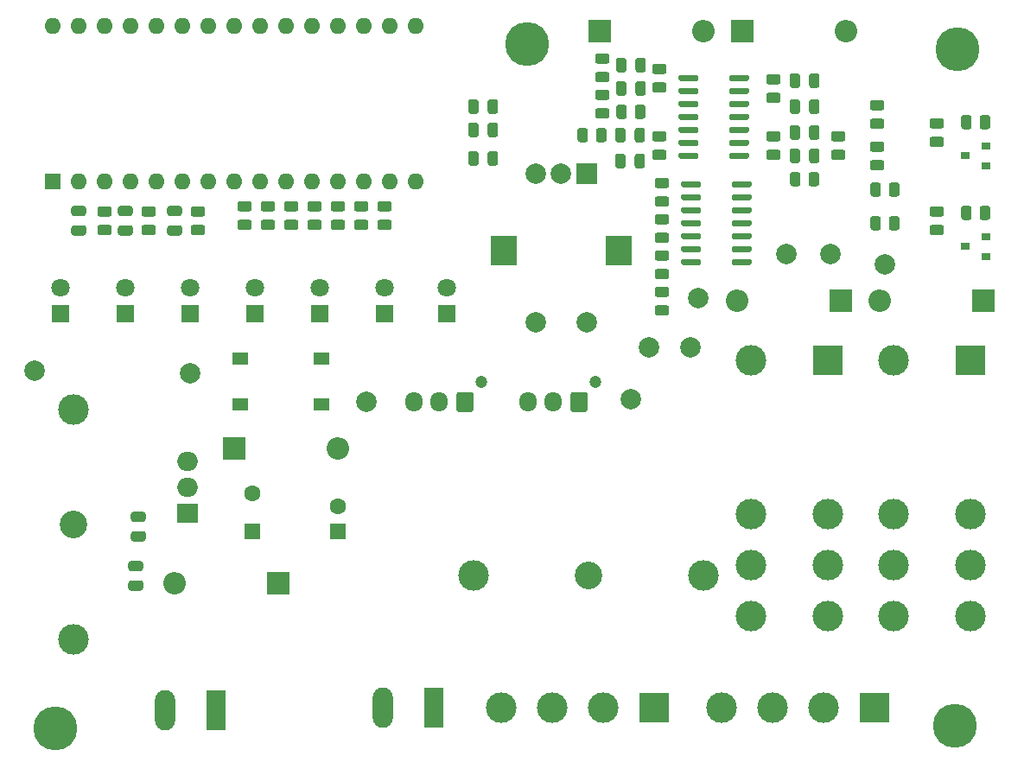
<source format=gbr>
%TF.GenerationSoftware,KiCad,Pcbnew,(5.1.9)-1*%
%TF.CreationDate,2021-09-01T12:14:14+02:00*%
%TF.ProjectId,scheda recinzione,73636865-6461-4207-9265-63696e7a696f,rev?*%
%TF.SameCoordinates,Original*%
%TF.FileFunction,Soldermask,Top*%
%TF.FilePolarity,Negative*%
%FSLAX46Y46*%
G04 Gerber Fmt 4.6, Leading zero omitted, Abs format (unit mm)*
G04 Created by KiCad (PCBNEW (5.1.9)-1) date 2021-09-01 12:14:14*
%MOMM*%
%LPD*%
G01*
G04 APERTURE LIST*
%ADD10C,2.000000*%
%ADD11C,1.200000*%
%ADD12O,1.700000X1.950000*%
%ADD13R,1.550000X1.300000*%
%ADD14R,2.000000X2.000000*%
%ADD15R,2.500000X3.000000*%
%ADD16O,2.200000X2.200000*%
%ADD17R,2.200000X2.200000*%
%ADD18C,2.700000*%
%ADD19C,3.000000*%
%ADD20R,0.900000X0.800000*%
%ADD21C,4.300000*%
%ADD22R,3.000000X3.000000*%
%ADD23C,1.800000*%
%ADD24R,1.800000X1.800000*%
%ADD25O,2.000000X1.905000*%
%ADD26R,2.000000X1.905000*%
%ADD27O,1.600000X1.600000*%
%ADD28R,1.600000X1.600000*%
%ADD29C,1.600000*%
%ADD30O,1.980000X3.960000*%
%ADD31R,1.980000X3.960000*%
G04 APERTURE END LIST*
D10*
%TO.C,TP10*%
X260604000Y-107696000D03*
%TD*%
%TO.C,TP9*%
X256286000Y-107696000D03*
%TD*%
%TO.C,TP8*%
X182626000Y-119126000D03*
%TD*%
%TO.C,TP7*%
X242824000Y-116840000D03*
%TD*%
%TO.C,TP6*%
X246888000Y-116840000D03*
%TD*%
%TO.C,TP5*%
X197866000Y-119380000D03*
%TD*%
%TO.C,TP3*%
X265938000Y-108712000D03*
%TD*%
%TO.C,TP2*%
X215138000Y-122174000D03*
%TD*%
%TO.C,TP1*%
X241046000Y-121920000D03*
%TD*%
%TO.C,TP4*%
X247650000Y-112014000D03*
%TD*%
D11*
%TO.C,J1*%
X237566000Y-120174000D03*
D12*
X230966000Y-122174000D03*
X233466000Y-122174000D03*
G36*
G01*
X236816000Y-121449000D02*
X236816000Y-122899000D01*
G75*
G02*
X236566000Y-123149000I-250000J0D01*
G01*
X235366000Y-123149000D01*
G75*
G02*
X235116000Y-122899000I0J250000D01*
G01*
X235116000Y-121449000D01*
G75*
G02*
X235366000Y-121199000I250000J0D01*
G01*
X236566000Y-121199000D01*
G75*
G02*
X236816000Y-121449000I0J-250000D01*
G01*
G37*
%TD*%
D13*
%TO.C,SW2*%
X202781000Y-117892000D03*
X202781000Y-122392000D03*
X210731000Y-122392000D03*
X210731000Y-117892000D03*
%TD*%
D14*
%TO.C,J9*%
X236728000Y-99822000D03*
D10*
X234228000Y-99822000D03*
X231728000Y-99822000D03*
D15*
X239828000Y-107322000D03*
X228628000Y-107322000D03*
D10*
X236728000Y-114322000D03*
X231728000Y-114322000D03*
%TD*%
D16*
%TO.C,D13*%
X262128000Y-85852000D03*
D17*
X251968000Y-85852000D03*
%TD*%
D16*
%TO.C,D12*%
X248158000Y-85852000D03*
D17*
X237998000Y-85852000D03*
%TD*%
D18*
%TO.C,F1*%
X236908000Y-139192000D03*
D19*
X225658000Y-139192000D03*
X248158000Y-139192000D03*
%TD*%
D20*
%TO.C,Q2*%
X273828000Y-98044000D03*
X275828000Y-97094000D03*
X275828000Y-98994000D03*
%TD*%
%TO.C,Q1*%
X273828000Y-106934000D03*
X275828000Y-105984000D03*
X275828000Y-107884000D03*
%TD*%
D21*
%TO.C,H4*%
X272796000Y-153924000D03*
%TD*%
%TO.C,H3*%
X184658000Y-154178000D03*
%TD*%
%TO.C,H2*%
X273050000Y-87630000D03*
%TD*%
%TO.C,H1*%
X230886000Y-87122000D03*
%TD*%
D18*
%TO.C,F2*%
X186436000Y-134186000D03*
D19*
X186436000Y-145436000D03*
X186436000Y-122936000D03*
%TD*%
D22*
%TO.C,K2*%
X260350000Y-118110000D03*
D19*
X252850000Y-118110000D03*
X260350000Y-138110000D03*
X252850000Y-143110000D03*
X252850000Y-133110000D03*
X260350000Y-133110000D03*
X252850000Y-138110000D03*
X260350000Y-143110000D03*
%TD*%
D22*
%TO.C,J4*%
X243332000Y-152146000D03*
D19*
X238332000Y-152146000D03*
X233332000Y-152146000D03*
X228332000Y-152146000D03*
%TD*%
%TO.C,U3*%
G36*
G01*
X250928000Y-100988000D02*
X250928000Y-100688000D01*
G75*
G02*
X251078000Y-100538000I150000J0D01*
G01*
X252728000Y-100538000D01*
G75*
G02*
X252878000Y-100688000I0J-150000D01*
G01*
X252878000Y-100988000D01*
G75*
G02*
X252728000Y-101138000I-150000J0D01*
G01*
X251078000Y-101138000D01*
G75*
G02*
X250928000Y-100988000I0J150000D01*
G01*
G37*
G36*
G01*
X250928000Y-102258000D02*
X250928000Y-101958000D01*
G75*
G02*
X251078000Y-101808000I150000J0D01*
G01*
X252728000Y-101808000D01*
G75*
G02*
X252878000Y-101958000I0J-150000D01*
G01*
X252878000Y-102258000D01*
G75*
G02*
X252728000Y-102408000I-150000J0D01*
G01*
X251078000Y-102408000D01*
G75*
G02*
X250928000Y-102258000I0J150000D01*
G01*
G37*
G36*
G01*
X250928000Y-103528000D02*
X250928000Y-103228000D01*
G75*
G02*
X251078000Y-103078000I150000J0D01*
G01*
X252728000Y-103078000D01*
G75*
G02*
X252878000Y-103228000I0J-150000D01*
G01*
X252878000Y-103528000D01*
G75*
G02*
X252728000Y-103678000I-150000J0D01*
G01*
X251078000Y-103678000D01*
G75*
G02*
X250928000Y-103528000I0J150000D01*
G01*
G37*
G36*
G01*
X250928000Y-104798000D02*
X250928000Y-104498000D01*
G75*
G02*
X251078000Y-104348000I150000J0D01*
G01*
X252728000Y-104348000D01*
G75*
G02*
X252878000Y-104498000I0J-150000D01*
G01*
X252878000Y-104798000D01*
G75*
G02*
X252728000Y-104948000I-150000J0D01*
G01*
X251078000Y-104948000D01*
G75*
G02*
X250928000Y-104798000I0J150000D01*
G01*
G37*
G36*
G01*
X250928000Y-106068000D02*
X250928000Y-105768000D01*
G75*
G02*
X251078000Y-105618000I150000J0D01*
G01*
X252728000Y-105618000D01*
G75*
G02*
X252878000Y-105768000I0J-150000D01*
G01*
X252878000Y-106068000D01*
G75*
G02*
X252728000Y-106218000I-150000J0D01*
G01*
X251078000Y-106218000D01*
G75*
G02*
X250928000Y-106068000I0J150000D01*
G01*
G37*
G36*
G01*
X250928000Y-107338000D02*
X250928000Y-107038000D01*
G75*
G02*
X251078000Y-106888000I150000J0D01*
G01*
X252728000Y-106888000D01*
G75*
G02*
X252878000Y-107038000I0J-150000D01*
G01*
X252878000Y-107338000D01*
G75*
G02*
X252728000Y-107488000I-150000J0D01*
G01*
X251078000Y-107488000D01*
G75*
G02*
X250928000Y-107338000I0J150000D01*
G01*
G37*
G36*
G01*
X250928000Y-108608000D02*
X250928000Y-108308000D01*
G75*
G02*
X251078000Y-108158000I150000J0D01*
G01*
X252728000Y-108158000D01*
G75*
G02*
X252878000Y-108308000I0J-150000D01*
G01*
X252878000Y-108608000D01*
G75*
G02*
X252728000Y-108758000I-150000J0D01*
G01*
X251078000Y-108758000D01*
G75*
G02*
X250928000Y-108608000I0J150000D01*
G01*
G37*
G36*
G01*
X245978000Y-108608000D02*
X245978000Y-108308000D01*
G75*
G02*
X246128000Y-108158000I150000J0D01*
G01*
X247778000Y-108158000D01*
G75*
G02*
X247928000Y-108308000I0J-150000D01*
G01*
X247928000Y-108608000D01*
G75*
G02*
X247778000Y-108758000I-150000J0D01*
G01*
X246128000Y-108758000D01*
G75*
G02*
X245978000Y-108608000I0J150000D01*
G01*
G37*
G36*
G01*
X245978000Y-107338000D02*
X245978000Y-107038000D01*
G75*
G02*
X246128000Y-106888000I150000J0D01*
G01*
X247778000Y-106888000D01*
G75*
G02*
X247928000Y-107038000I0J-150000D01*
G01*
X247928000Y-107338000D01*
G75*
G02*
X247778000Y-107488000I-150000J0D01*
G01*
X246128000Y-107488000D01*
G75*
G02*
X245978000Y-107338000I0J150000D01*
G01*
G37*
G36*
G01*
X245978000Y-106068000D02*
X245978000Y-105768000D01*
G75*
G02*
X246128000Y-105618000I150000J0D01*
G01*
X247778000Y-105618000D01*
G75*
G02*
X247928000Y-105768000I0J-150000D01*
G01*
X247928000Y-106068000D01*
G75*
G02*
X247778000Y-106218000I-150000J0D01*
G01*
X246128000Y-106218000D01*
G75*
G02*
X245978000Y-106068000I0J150000D01*
G01*
G37*
G36*
G01*
X245978000Y-104798000D02*
X245978000Y-104498000D01*
G75*
G02*
X246128000Y-104348000I150000J0D01*
G01*
X247778000Y-104348000D01*
G75*
G02*
X247928000Y-104498000I0J-150000D01*
G01*
X247928000Y-104798000D01*
G75*
G02*
X247778000Y-104948000I-150000J0D01*
G01*
X246128000Y-104948000D01*
G75*
G02*
X245978000Y-104798000I0J150000D01*
G01*
G37*
G36*
G01*
X245978000Y-103528000D02*
X245978000Y-103228000D01*
G75*
G02*
X246128000Y-103078000I150000J0D01*
G01*
X247778000Y-103078000D01*
G75*
G02*
X247928000Y-103228000I0J-150000D01*
G01*
X247928000Y-103528000D01*
G75*
G02*
X247778000Y-103678000I-150000J0D01*
G01*
X246128000Y-103678000D01*
G75*
G02*
X245978000Y-103528000I0J150000D01*
G01*
G37*
G36*
G01*
X245978000Y-102258000D02*
X245978000Y-101958000D01*
G75*
G02*
X246128000Y-101808000I150000J0D01*
G01*
X247778000Y-101808000D01*
G75*
G02*
X247928000Y-101958000I0J-150000D01*
G01*
X247928000Y-102258000D01*
G75*
G02*
X247778000Y-102408000I-150000J0D01*
G01*
X246128000Y-102408000D01*
G75*
G02*
X245978000Y-102258000I0J150000D01*
G01*
G37*
G36*
G01*
X245978000Y-100988000D02*
X245978000Y-100688000D01*
G75*
G02*
X246128000Y-100538000I150000J0D01*
G01*
X247778000Y-100538000D01*
G75*
G02*
X247928000Y-100688000I0J-150000D01*
G01*
X247928000Y-100988000D01*
G75*
G02*
X247778000Y-101138000I-150000J0D01*
G01*
X246128000Y-101138000D01*
G75*
G02*
X245978000Y-100988000I0J150000D01*
G01*
G37*
%TD*%
%TO.C,U2*%
G36*
G01*
X250674000Y-90574000D02*
X250674000Y-90274000D01*
G75*
G02*
X250824000Y-90124000I150000J0D01*
G01*
X252474000Y-90124000D01*
G75*
G02*
X252624000Y-90274000I0J-150000D01*
G01*
X252624000Y-90574000D01*
G75*
G02*
X252474000Y-90724000I-150000J0D01*
G01*
X250824000Y-90724000D01*
G75*
G02*
X250674000Y-90574000I0J150000D01*
G01*
G37*
G36*
G01*
X250674000Y-91844000D02*
X250674000Y-91544000D01*
G75*
G02*
X250824000Y-91394000I150000J0D01*
G01*
X252474000Y-91394000D01*
G75*
G02*
X252624000Y-91544000I0J-150000D01*
G01*
X252624000Y-91844000D01*
G75*
G02*
X252474000Y-91994000I-150000J0D01*
G01*
X250824000Y-91994000D01*
G75*
G02*
X250674000Y-91844000I0J150000D01*
G01*
G37*
G36*
G01*
X250674000Y-93114000D02*
X250674000Y-92814000D01*
G75*
G02*
X250824000Y-92664000I150000J0D01*
G01*
X252474000Y-92664000D01*
G75*
G02*
X252624000Y-92814000I0J-150000D01*
G01*
X252624000Y-93114000D01*
G75*
G02*
X252474000Y-93264000I-150000J0D01*
G01*
X250824000Y-93264000D01*
G75*
G02*
X250674000Y-93114000I0J150000D01*
G01*
G37*
G36*
G01*
X250674000Y-94384000D02*
X250674000Y-94084000D01*
G75*
G02*
X250824000Y-93934000I150000J0D01*
G01*
X252474000Y-93934000D01*
G75*
G02*
X252624000Y-94084000I0J-150000D01*
G01*
X252624000Y-94384000D01*
G75*
G02*
X252474000Y-94534000I-150000J0D01*
G01*
X250824000Y-94534000D01*
G75*
G02*
X250674000Y-94384000I0J150000D01*
G01*
G37*
G36*
G01*
X250674000Y-95654000D02*
X250674000Y-95354000D01*
G75*
G02*
X250824000Y-95204000I150000J0D01*
G01*
X252474000Y-95204000D01*
G75*
G02*
X252624000Y-95354000I0J-150000D01*
G01*
X252624000Y-95654000D01*
G75*
G02*
X252474000Y-95804000I-150000J0D01*
G01*
X250824000Y-95804000D01*
G75*
G02*
X250674000Y-95654000I0J150000D01*
G01*
G37*
G36*
G01*
X250674000Y-96924000D02*
X250674000Y-96624000D01*
G75*
G02*
X250824000Y-96474000I150000J0D01*
G01*
X252474000Y-96474000D01*
G75*
G02*
X252624000Y-96624000I0J-150000D01*
G01*
X252624000Y-96924000D01*
G75*
G02*
X252474000Y-97074000I-150000J0D01*
G01*
X250824000Y-97074000D01*
G75*
G02*
X250674000Y-96924000I0J150000D01*
G01*
G37*
G36*
G01*
X250674000Y-98194000D02*
X250674000Y-97894000D01*
G75*
G02*
X250824000Y-97744000I150000J0D01*
G01*
X252474000Y-97744000D01*
G75*
G02*
X252624000Y-97894000I0J-150000D01*
G01*
X252624000Y-98194000D01*
G75*
G02*
X252474000Y-98344000I-150000J0D01*
G01*
X250824000Y-98344000D01*
G75*
G02*
X250674000Y-98194000I0J150000D01*
G01*
G37*
G36*
G01*
X245724000Y-98194000D02*
X245724000Y-97894000D01*
G75*
G02*
X245874000Y-97744000I150000J0D01*
G01*
X247524000Y-97744000D01*
G75*
G02*
X247674000Y-97894000I0J-150000D01*
G01*
X247674000Y-98194000D01*
G75*
G02*
X247524000Y-98344000I-150000J0D01*
G01*
X245874000Y-98344000D01*
G75*
G02*
X245724000Y-98194000I0J150000D01*
G01*
G37*
G36*
G01*
X245724000Y-96924000D02*
X245724000Y-96624000D01*
G75*
G02*
X245874000Y-96474000I150000J0D01*
G01*
X247524000Y-96474000D01*
G75*
G02*
X247674000Y-96624000I0J-150000D01*
G01*
X247674000Y-96924000D01*
G75*
G02*
X247524000Y-97074000I-150000J0D01*
G01*
X245874000Y-97074000D01*
G75*
G02*
X245724000Y-96924000I0J150000D01*
G01*
G37*
G36*
G01*
X245724000Y-95654000D02*
X245724000Y-95354000D01*
G75*
G02*
X245874000Y-95204000I150000J0D01*
G01*
X247524000Y-95204000D01*
G75*
G02*
X247674000Y-95354000I0J-150000D01*
G01*
X247674000Y-95654000D01*
G75*
G02*
X247524000Y-95804000I-150000J0D01*
G01*
X245874000Y-95804000D01*
G75*
G02*
X245724000Y-95654000I0J150000D01*
G01*
G37*
G36*
G01*
X245724000Y-94384000D02*
X245724000Y-94084000D01*
G75*
G02*
X245874000Y-93934000I150000J0D01*
G01*
X247524000Y-93934000D01*
G75*
G02*
X247674000Y-94084000I0J-150000D01*
G01*
X247674000Y-94384000D01*
G75*
G02*
X247524000Y-94534000I-150000J0D01*
G01*
X245874000Y-94534000D01*
G75*
G02*
X245724000Y-94384000I0J150000D01*
G01*
G37*
G36*
G01*
X245724000Y-93114000D02*
X245724000Y-92814000D01*
G75*
G02*
X245874000Y-92664000I150000J0D01*
G01*
X247524000Y-92664000D01*
G75*
G02*
X247674000Y-92814000I0J-150000D01*
G01*
X247674000Y-93114000D01*
G75*
G02*
X247524000Y-93264000I-150000J0D01*
G01*
X245874000Y-93264000D01*
G75*
G02*
X245724000Y-93114000I0J150000D01*
G01*
G37*
G36*
G01*
X245724000Y-91844000D02*
X245724000Y-91544000D01*
G75*
G02*
X245874000Y-91394000I150000J0D01*
G01*
X247524000Y-91394000D01*
G75*
G02*
X247674000Y-91544000I0J-150000D01*
G01*
X247674000Y-91844000D01*
G75*
G02*
X247524000Y-91994000I-150000J0D01*
G01*
X245874000Y-91994000D01*
G75*
G02*
X245724000Y-91844000I0J150000D01*
G01*
G37*
G36*
G01*
X245724000Y-90574000D02*
X245724000Y-90274000D01*
G75*
G02*
X245874000Y-90124000I150000J0D01*
G01*
X247524000Y-90124000D01*
G75*
G02*
X247674000Y-90274000I0J-150000D01*
G01*
X247674000Y-90574000D01*
G75*
G02*
X247524000Y-90724000I-150000J0D01*
G01*
X245874000Y-90724000D01*
G75*
G02*
X245724000Y-90574000I0J150000D01*
G01*
G37*
%TD*%
D23*
%TO.C,D9*%
X223026000Y-110998000D03*
D24*
X223026000Y-113538000D03*
%TD*%
D25*
%TO.C,U1*%
X197612000Y-128016000D03*
X197612000Y-130556000D03*
D26*
X197612000Y-133096000D03*
%TD*%
D27*
%TO.C,A1*%
X219964000Y-85344000D03*
X219964000Y-100584000D03*
X184404000Y-85344000D03*
X217424000Y-100584000D03*
X186944000Y-85344000D03*
X214884000Y-100584000D03*
X189484000Y-85344000D03*
X212344000Y-100584000D03*
X192024000Y-85344000D03*
X209804000Y-100584000D03*
X194564000Y-85344000D03*
X207264000Y-100584000D03*
X197104000Y-85344000D03*
X204724000Y-100584000D03*
X199644000Y-85344000D03*
X202184000Y-100584000D03*
X202184000Y-85344000D03*
X199644000Y-100584000D03*
X204724000Y-85344000D03*
X197104000Y-100584000D03*
X207264000Y-85344000D03*
X194564000Y-100584000D03*
X209804000Y-85344000D03*
X192024000Y-100584000D03*
X212344000Y-85344000D03*
X189484000Y-100584000D03*
X214884000Y-85344000D03*
X186944000Y-100584000D03*
X217424000Y-85344000D03*
D28*
X184404000Y-100584000D03*
%TD*%
D23*
%TO.C,D3*%
X185166000Y-110998000D03*
D24*
X185166000Y-113538000D03*
%TD*%
D23*
%TO.C,D8*%
X216916000Y-110998000D03*
D24*
X216916000Y-113538000D03*
%TD*%
%TO.C,R33*%
G36*
G01*
X244544001Y-111868000D02*
X243643999Y-111868000D01*
G75*
G02*
X243394000Y-111618001I0J249999D01*
G01*
X243394000Y-111092999D01*
G75*
G02*
X243643999Y-110843000I249999J0D01*
G01*
X244544001Y-110843000D01*
G75*
G02*
X244794000Y-111092999I0J-249999D01*
G01*
X244794000Y-111618001D01*
G75*
G02*
X244544001Y-111868000I-249999J0D01*
G01*
G37*
G36*
G01*
X244544001Y-113693000D02*
X243643999Y-113693000D01*
G75*
G02*
X243394000Y-113443001I0J249999D01*
G01*
X243394000Y-112917999D01*
G75*
G02*
X243643999Y-112668000I249999J0D01*
G01*
X244544001Y-112668000D01*
G75*
G02*
X244794000Y-112917999I0J-249999D01*
G01*
X244794000Y-113443001D01*
G75*
G02*
X244544001Y-113693000I-249999J0D01*
G01*
G37*
%TD*%
%TO.C,R32*%
G36*
G01*
X243643999Y-105556000D02*
X244544001Y-105556000D01*
G75*
G02*
X244794000Y-105805999I0J-249999D01*
G01*
X244794000Y-106331001D01*
G75*
G02*
X244544001Y-106581000I-249999J0D01*
G01*
X243643999Y-106581000D01*
G75*
G02*
X243394000Y-106331001I0J249999D01*
G01*
X243394000Y-105805999D01*
G75*
G02*
X243643999Y-105556000I249999J0D01*
G01*
G37*
G36*
G01*
X243643999Y-103731000D02*
X244544001Y-103731000D01*
G75*
G02*
X244794000Y-103980999I0J-249999D01*
G01*
X244794000Y-104506001D01*
G75*
G02*
X244544001Y-104756000I-249999J0D01*
G01*
X243643999Y-104756000D01*
G75*
G02*
X243394000Y-104506001I0J249999D01*
G01*
X243394000Y-103980999D01*
G75*
G02*
X243643999Y-103731000I249999J0D01*
G01*
G37*
%TD*%
%TO.C,R31*%
G36*
G01*
X244544001Y-108312000D02*
X243643999Y-108312000D01*
G75*
G02*
X243394000Y-108062001I0J249999D01*
G01*
X243394000Y-107536999D01*
G75*
G02*
X243643999Y-107287000I249999J0D01*
G01*
X244544001Y-107287000D01*
G75*
G02*
X244794000Y-107536999I0J-249999D01*
G01*
X244794000Y-108062001D01*
G75*
G02*
X244544001Y-108312000I-249999J0D01*
G01*
G37*
G36*
G01*
X244544001Y-110137000D02*
X243643999Y-110137000D01*
G75*
G02*
X243394000Y-109887001I0J249999D01*
G01*
X243394000Y-109361999D01*
G75*
G02*
X243643999Y-109112000I249999J0D01*
G01*
X244544001Y-109112000D01*
G75*
G02*
X244794000Y-109361999I0J-249999D01*
G01*
X244794000Y-109887001D01*
G75*
G02*
X244544001Y-110137000I-249999J0D01*
G01*
G37*
%TD*%
%TO.C,R30*%
G36*
G01*
X244544001Y-101200000D02*
X243643999Y-101200000D01*
G75*
G02*
X243394000Y-100950001I0J249999D01*
G01*
X243394000Y-100424999D01*
G75*
G02*
X243643999Y-100175000I249999J0D01*
G01*
X244544001Y-100175000D01*
G75*
G02*
X244794000Y-100424999I0J-249999D01*
G01*
X244794000Y-100950001D01*
G75*
G02*
X244544001Y-101200000I-249999J0D01*
G01*
G37*
G36*
G01*
X244544001Y-103025000D02*
X243643999Y-103025000D01*
G75*
G02*
X243394000Y-102775001I0J249999D01*
G01*
X243394000Y-102249999D01*
G75*
G02*
X243643999Y-102000000I249999J0D01*
G01*
X244544001Y-102000000D01*
G75*
G02*
X244794000Y-102249999I0J-249999D01*
G01*
X244794000Y-102775001D01*
G75*
G02*
X244544001Y-103025000I-249999J0D01*
G01*
G37*
%TD*%
%TO.C,R29*%
G36*
G01*
X264725999Y-98444000D02*
X265626001Y-98444000D01*
G75*
G02*
X265876000Y-98693999I0J-249999D01*
G01*
X265876000Y-99219001D01*
G75*
G02*
X265626001Y-99469000I-249999J0D01*
G01*
X264725999Y-99469000D01*
G75*
G02*
X264476000Y-99219001I0J249999D01*
G01*
X264476000Y-98693999D01*
G75*
G02*
X264725999Y-98444000I249999J0D01*
G01*
G37*
G36*
G01*
X264725999Y-96619000D02*
X265626001Y-96619000D01*
G75*
G02*
X265876000Y-96868999I0J-249999D01*
G01*
X265876000Y-97394001D01*
G75*
G02*
X265626001Y-97644000I-249999J0D01*
G01*
X264725999Y-97644000D01*
G75*
G02*
X264476000Y-97394001I0J249999D01*
G01*
X264476000Y-96868999D01*
G75*
G02*
X264725999Y-96619000I249999J0D01*
G01*
G37*
%TD*%
%TO.C,R28*%
G36*
G01*
X264725999Y-94380000D02*
X265626001Y-94380000D01*
G75*
G02*
X265876000Y-94629999I0J-249999D01*
G01*
X265876000Y-95155001D01*
G75*
G02*
X265626001Y-95405000I-249999J0D01*
G01*
X264725999Y-95405000D01*
G75*
G02*
X264476000Y-95155001I0J249999D01*
G01*
X264476000Y-94629999D01*
G75*
G02*
X264725999Y-94380000I249999J0D01*
G01*
G37*
G36*
G01*
X264725999Y-92555000D02*
X265626001Y-92555000D01*
G75*
G02*
X265876000Y-92804999I0J-249999D01*
G01*
X265876000Y-93330001D01*
G75*
G02*
X265626001Y-93580000I-249999J0D01*
G01*
X264725999Y-93580000D01*
G75*
G02*
X264476000Y-93330001I0J249999D01*
G01*
X264476000Y-92804999D01*
G75*
G02*
X264725999Y-92555000I249999J0D01*
G01*
G37*
%TD*%
%TO.C,R27*%
G36*
G01*
X270567999Y-104794000D02*
X271468001Y-104794000D01*
G75*
G02*
X271718000Y-105043999I0J-249999D01*
G01*
X271718000Y-105569001D01*
G75*
G02*
X271468001Y-105819000I-249999J0D01*
G01*
X270567999Y-105819000D01*
G75*
G02*
X270318000Y-105569001I0J249999D01*
G01*
X270318000Y-105043999D01*
G75*
G02*
X270567999Y-104794000I249999J0D01*
G01*
G37*
G36*
G01*
X270567999Y-102969000D02*
X271468001Y-102969000D01*
G75*
G02*
X271718000Y-103218999I0J-249999D01*
G01*
X271718000Y-103744001D01*
G75*
G02*
X271468001Y-103994000I-249999J0D01*
G01*
X270567999Y-103994000D01*
G75*
G02*
X270318000Y-103744001I0J249999D01*
G01*
X270318000Y-103218999D01*
G75*
G02*
X270567999Y-102969000I249999J0D01*
G01*
G37*
%TD*%
%TO.C,R26*%
G36*
G01*
X270567999Y-96158000D02*
X271468001Y-96158000D01*
G75*
G02*
X271718000Y-96407999I0J-249999D01*
G01*
X271718000Y-96933001D01*
G75*
G02*
X271468001Y-97183000I-249999J0D01*
G01*
X270567999Y-97183000D01*
G75*
G02*
X270318000Y-96933001I0J249999D01*
G01*
X270318000Y-96407999D01*
G75*
G02*
X270567999Y-96158000I249999J0D01*
G01*
G37*
G36*
G01*
X270567999Y-94333000D02*
X271468001Y-94333000D01*
G75*
G02*
X271718000Y-94582999I0J-249999D01*
G01*
X271718000Y-95108001D01*
G75*
G02*
X271468001Y-95358000I-249999J0D01*
G01*
X270567999Y-95358000D01*
G75*
G02*
X270318000Y-95108001I0J249999D01*
G01*
X270318000Y-94582999D01*
G75*
G02*
X270567999Y-94333000I249999J0D01*
G01*
G37*
%TD*%
%TO.C,R24*%
G36*
G01*
X189033999Y-104794000D02*
X189934001Y-104794000D01*
G75*
G02*
X190184000Y-105043999I0J-249999D01*
G01*
X190184000Y-105569001D01*
G75*
G02*
X189934001Y-105819000I-249999J0D01*
G01*
X189033999Y-105819000D01*
G75*
G02*
X188784000Y-105569001I0J249999D01*
G01*
X188784000Y-105043999D01*
G75*
G02*
X189033999Y-104794000I249999J0D01*
G01*
G37*
G36*
G01*
X189033999Y-102969000D02*
X189934001Y-102969000D01*
G75*
G02*
X190184000Y-103218999I0J-249999D01*
G01*
X190184000Y-103744001D01*
G75*
G02*
X189934001Y-103994000I-249999J0D01*
G01*
X189033999Y-103994000D01*
G75*
G02*
X188784000Y-103744001I0J249999D01*
G01*
X188784000Y-103218999D01*
G75*
G02*
X189033999Y-102969000I249999J0D01*
G01*
G37*
%TD*%
%TO.C,R23*%
G36*
G01*
X216465999Y-104286000D02*
X217366001Y-104286000D01*
G75*
G02*
X217616000Y-104535999I0J-249999D01*
G01*
X217616000Y-105061001D01*
G75*
G02*
X217366001Y-105311000I-249999J0D01*
G01*
X216465999Y-105311000D01*
G75*
G02*
X216216000Y-105061001I0J249999D01*
G01*
X216216000Y-104535999D01*
G75*
G02*
X216465999Y-104286000I249999J0D01*
G01*
G37*
G36*
G01*
X216465999Y-102461000D02*
X217366001Y-102461000D01*
G75*
G02*
X217616000Y-102710999I0J-249999D01*
G01*
X217616000Y-103236001D01*
G75*
G02*
X217366001Y-103486000I-249999J0D01*
G01*
X216465999Y-103486000D01*
G75*
G02*
X216216000Y-103236001I0J249999D01*
G01*
X216216000Y-102710999D01*
G75*
G02*
X216465999Y-102461000I249999J0D01*
G01*
G37*
%TD*%
%TO.C,R22*%
G36*
G01*
X193351999Y-104794000D02*
X194252001Y-104794000D01*
G75*
G02*
X194502000Y-105043999I0J-249999D01*
G01*
X194502000Y-105569001D01*
G75*
G02*
X194252001Y-105819000I-249999J0D01*
G01*
X193351999Y-105819000D01*
G75*
G02*
X193102000Y-105569001I0J249999D01*
G01*
X193102000Y-105043999D01*
G75*
G02*
X193351999Y-104794000I249999J0D01*
G01*
G37*
G36*
G01*
X193351999Y-102969000D02*
X194252001Y-102969000D01*
G75*
G02*
X194502000Y-103218999I0J-249999D01*
G01*
X194502000Y-103744001D01*
G75*
G02*
X194252001Y-103994000I-249999J0D01*
G01*
X193351999Y-103994000D01*
G75*
G02*
X193102000Y-103744001I0J249999D01*
G01*
X193102000Y-103218999D01*
G75*
G02*
X193351999Y-102969000I249999J0D01*
G01*
G37*
%TD*%
%TO.C,R21*%
G36*
G01*
X214179999Y-104286000D02*
X215080001Y-104286000D01*
G75*
G02*
X215330000Y-104535999I0J-249999D01*
G01*
X215330000Y-105061001D01*
G75*
G02*
X215080001Y-105311000I-249999J0D01*
G01*
X214179999Y-105311000D01*
G75*
G02*
X213930000Y-105061001I0J249999D01*
G01*
X213930000Y-104535999D01*
G75*
G02*
X214179999Y-104286000I249999J0D01*
G01*
G37*
G36*
G01*
X214179999Y-102461000D02*
X215080001Y-102461000D01*
G75*
G02*
X215330000Y-102710999I0J-249999D01*
G01*
X215330000Y-103236001D01*
G75*
G02*
X215080001Y-103486000I-249999J0D01*
G01*
X214179999Y-103486000D01*
G75*
G02*
X213930000Y-103236001I0J249999D01*
G01*
X213930000Y-102710999D01*
G75*
G02*
X214179999Y-102461000I249999J0D01*
G01*
G37*
%TD*%
%TO.C,R20*%
G36*
G01*
X198177999Y-104794000D02*
X199078001Y-104794000D01*
G75*
G02*
X199328000Y-105043999I0J-249999D01*
G01*
X199328000Y-105569001D01*
G75*
G02*
X199078001Y-105819000I-249999J0D01*
G01*
X198177999Y-105819000D01*
G75*
G02*
X197928000Y-105569001I0J249999D01*
G01*
X197928000Y-105043999D01*
G75*
G02*
X198177999Y-104794000I249999J0D01*
G01*
G37*
G36*
G01*
X198177999Y-102969000D02*
X199078001Y-102969000D01*
G75*
G02*
X199328000Y-103218999I0J-249999D01*
G01*
X199328000Y-103744001D01*
G75*
G02*
X199078001Y-103994000I-249999J0D01*
G01*
X198177999Y-103994000D01*
G75*
G02*
X197928000Y-103744001I0J249999D01*
G01*
X197928000Y-103218999D01*
G75*
G02*
X198177999Y-102969000I249999J0D01*
G01*
G37*
%TD*%
%TO.C,R19*%
G36*
G01*
X211893999Y-104286000D02*
X212794001Y-104286000D01*
G75*
G02*
X213044000Y-104535999I0J-249999D01*
G01*
X213044000Y-105061001D01*
G75*
G02*
X212794001Y-105311000I-249999J0D01*
G01*
X211893999Y-105311000D01*
G75*
G02*
X211644000Y-105061001I0J249999D01*
G01*
X211644000Y-104535999D01*
G75*
G02*
X211893999Y-104286000I249999J0D01*
G01*
G37*
G36*
G01*
X211893999Y-102461000D02*
X212794001Y-102461000D01*
G75*
G02*
X213044000Y-102710999I0J-249999D01*
G01*
X213044000Y-103236001D01*
G75*
G02*
X212794001Y-103486000I-249999J0D01*
G01*
X211893999Y-103486000D01*
G75*
G02*
X211644000Y-103236001I0J249999D01*
G01*
X211644000Y-102710999D01*
G75*
G02*
X211893999Y-102461000I249999J0D01*
G01*
G37*
%TD*%
%TO.C,R18*%
G36*
G01*
X209607999Y-104286000D02*
X210508001Y-104286000D01*
G75*
G02*
X210758000Y-104535999I0J-249999D01*
G01*
X210758000Y-105061001D01*
G75*
G02*
X210508001Y-105311000I-249999J0D01*
G01*
X209607999Y-105311000D01*
G75*
G02*
X209358000Y-105061001I0J249999D01*
G01*
X209358000Y-104535999D01*
G75*
G02*
X209607999Y-104286000I249999J0D01*
G01*
G37*
G36*
G01*
X209607999Y-102461000D02*
X210508001Y-102461000D01*
G75*
G02*
X210758000Y-102710999I0J-249999D01*
G01*
X210758000Y-103236001D01*
G75*
G02*
X210508001Y-103486000I-249999J0D01*
G01*
X209607999Y-103486000D01*
G75*
G02*
X209358000Y-103236001I0J249999D01*
G01*
X209358000Y-102710999D01*
G75*
G02*
X209607999Y-102461000I249999J0D01*
G01*
G37*
%TD*%
%TO.C,R17*%
G36*
G01*
X207321999Y-104286000D02*
X208222001Y-104286000D01*
G75*
G02*
X208472000Y-104535999I0J-249999D01*
G01*
X208472000Y-105061001D01*
G75*
G02*
X208222001Y-105311000I-249999J0D01*
G01*
X207321999Y-105311000D01*
G75*
G02*
X207072000Y-105061001I0J249999D01*
G01*
X207072000Y-104535999D01*
G75*
G02*
X207321999Y-104286000I249999J0D01*
G01*
G37*
G36*
G01*
X207321999Y-102461000D02*
X208222001Y-102461000D01*
G75*
G02*
X208472000Y-102710999I0J-249999D01*
G01*
X208472000Y-103236001D01*
G75*
G02*
X208222001Y-103486000I-249999J0D01*
G01*
X207321999Y-103486000D01*
G75*
G02*
X207072000Y-103236001I0J249999D01*
G01*
X207072000Y-102710999D01*
G75*
G02*
X207321999Y-102461000I249999J0D01*
G01*
G37*
%TD*%
%TO.C,R16*%
G36*
G01*
X205035999Y-104286000D02*
X205936001Y-104286000D01*
G75*
G02*
X206186000Y-104535999I0J-249999D01*
G01*
X206186000Y-105061001D01*
G75*
G02*
X205936001Y-105311000I-249999J0D01*
G01*
X205035999Y-105311000D01*
G75*
G02*
X204786000Y-105061001I0J249999D01*
G01*
X204786000Y-104535999D01*
G75*
G02*
X205035999Y-104286000I249999J0D01*
G01*
G37*
G36*
G01*
X205035999Y-102461000D02*
X205936001Y-102461000D01*
G75*
G02*
X206186000Y-102710999I0J-249999D01*
G01*
X206186000Y-103236001D01*
G75*
G02*
X205936001Y-103486000I-249999J0D01*
G01*
X205035999Y-103486000D01*
G75*
G02*
X204786000Y-103236001I0J249999D01*
G01*
X204786000Y-102710999D01*
G75*
G02*
X205035999Y-102461000I249999J0D01*
G01*
G37*
%TD*%
%TO.C,R15*%
G36*
G01*
X202749999Y-104286000D02*
X203650001Y-104286000D01*
G75*
G02*
X203900000Y-104535999I0J-249999D01*
G01*
X203900000Y-105061001D01*
G75*
G02*
X203650001Y-105311000I-249999J0D01*
G01*
X202749999Y-105311000D01*
G75*
G02*
X202500000Y-105061001I0J249999D01*
G01*
X202500000Y-104535999D01*
G75*
G02*
X202749999Y-104286000I249999J0D01*
G01*
G37*
G36*
G01*
X202749999Y-102461000D02*
X203650001Y-102461000D01*
G75*
G02*
X203900000Y-102710999I0J-249999D01*
G01*
X203900000Y-103236001D01*
G75*
G02*
X203650001Y-103486000I-249999J0D01*
G01*
X202749999Y-103486000D01*
G75*
G02*
X202500000Y-103236001I0J249999D01*
G01*
X202500000Y-102710999D01*
G75*
G02*
X202749999Y-102461000I249999J0D01*
G01*
G37*
%TD*%
%TO.C,R14*%
G36*
G01*
X254565999Y-91840000D02*
X255466001Y-91840000D01*
G75*
G02*
X255716000Y-92089999I0J-249999D01*
G01*
X255716000Y-92615001D01*
G75*
G02*
X255466001Y-92865000I-249999J0D01*
G01*
X254565999Y-92865000D01*
G75*
G02*
X254316000Y-92615001I0J249999D01*
G01*
X254316000Y-92089999D01*
G75*
G02*
X254565999Y-91840000I249999J0D01*
G01*
G37*
G36*
G01*
X254565999Y-90015000D02*
X255466001Y-90015000D01*
G75*
G02*
X255716000Y-90264999I0J-249999D01*
G01*
X255716000Y-90790001D01*
G75*
G02*
X255466001Y-91040000I-249999J0D01*
G01*
X254565999Y-91040000D01*
G75*
G02*
X254316000Y-90790001I0J249999D01*
G01*
X254316000Y-90264999D01*
G75*
G02*
X254565999Y-90015000I249999J0D01*
G01*
G37*
%TD*%
%TO.C,R13*%
G36*
G01*
X266338000Y-105098001D02*
X266338000Y-104197999D01*
G75*
G02*
X266587999Y-103948000I249999J0D01*
G01*
X267113001Y-103948000D01*
G75*
G02*
X267363000Y-104197999I0J-249999D01*
G01*
X267363000Y-105098001D01*
G75*
G02*
X267113001Y-105348000I-249999J0D01*
G01*
X266587999Y-105348000D01*
G75*
G02*
X266338000Y-105098001I0J249999D01*
G01*
G37*
G36*
G01*
X264513000Y-105098001D02*
X264513000Y-104197999D01*
G75*
G02*
X264762999Y-103948000I249999J0D01*
G01*
X265288001Y-103948000D01*
G75*
G02*
X265538000Y-104197999I0J-249999D01*
G01*
X265538000Y-105098001D01*
G75*
G02*
X265288001Y-105348000I-249999J0D01*
G01*
X264762999Y-105348000D01*
G75*
G02*
X264513000Y-105098001I0J249999D01*
G01*
G37*
%TD*%
%TO.C,R12*%
G36*
G01*
X265538000Y-100895999D02*
X265538000Y-101796001D01*
G75*
G02*
X265288001Y-102046000I-249999J0D01*
G01*
X264762999Y-102046000D01*
G75*
G02*
X264513000Y-101796001I0J249999D01*
G01*
X264513000Y-100895999D01*
G75*
G02*
X264762999Y-100646000I249999J0D01*
G01*
X265288001Y-100646000D01*
G75*
G02*
X265538000Y-100895999I0J-249999D01*
G01*
G37*
G36*
G01*
X267363000Y-100895999D02*
X267363000Y-101796001D01*
G75*
G02*
X267113001Y-102046000I-249999J0D01*
G01*
X266587999Y-102046000D01*
G75*
G02*
X266338000Y-101796001I0J249999D01*
G01*
X266338000Y-100895999D01*
G75*
G02*
X266587999Y-100646000I249999J0D01*
G01*
X267113001Y-100646000D01*
G75*
G02*
X267363000Y-100895999I0J-249999D01*
G01*
G37*
%TD*%
%TO.C,R11*%
G36*
G01*
X255466001Y-96628000D02*
X254565999Y-96628000D01*
G75*
G02*
X254316000Y-96378001I0J249999D01*
G01*
X254316000Y-95852999D01*
G75*
G02*
X254565999Y-95603000I249999J0D01*
G01*
X255466001Y-95603000D01*
G75*
G02*
X255716000Y-95852999I0J-249999D01*
G01*
X255716000Y-96378001D01*
G75*
G02*
X255466001Y-96628000I-249999J0D01*
G01*
G37*
G36*
G01*
X255466001Y-98453000D02*
X254565999Y-98453000D01*
G75*
G02*
X254316000Y-98203001I0J249999D01*
G01*
X254316000Y-97677999D01*
G75*
G02*
X254565999Y-97428000I249999J0D01*
G01*
X255466001Y-97428000D01*
G75*
G02*
X255716000Y-97677999I0J-249999D01*
G01*
X255716000Y-98203001D01*
G75*
G02*
X255466001Y-98453000I-249999J0D01*
G01*
G37*
%TD*%
%TO.C,R10*%
G36*
G01*
X261816001Y-96628000D02*
X260915999Y-96628000D01*
G75*
G02*
X260666000Y-96378001I0J249999D01*
G01*
X260666000Y-95852999D01*
G75*
G02*
X260915999Y-95603000I249999J0D01*
G01*
X261816001Y-95603000D01*
G75*
G02*
X262066000Y-95852999I0J-249999D01*
G01*
X262066000Y-96378001D01*
G75*
G02*
X261816001Y-96628000I-249999J0D01*
G01*
G37*
G36*
G01*
X261816001Y-98453000D02*
X260915999Y-98453000D01*
G75*
G02*
X260666000Y-98203001I0J249999D01*
G01*
X260666000Y-97677999D01*
G75*
G02*
X260915999Y-97428000I249999J0D01*
G01*
X261816001Y-97428000D01*
G75*
G02*
X262066000Y-97677999I0J-249999D01*
G01*
X262066000Y-98203001D01*
G75*
G02*
X261816001Y-98453000I-249999J0D01*
G01*
G37*
%TD*%
%TO.C,R9*%
G36*
G01*
X274428000Y-94291999D02*
X274428000Y-95192001D01*
G75*
G02*
X274178001Y-95442000I-249999J0D01*
G01*
X273652999Y-95442000D01*
G75*
G02*
X273403000Y-95192001I0J249999D01*
G01*
X273403000Y-94291999D01*
G75*
G02*
X273652999Y-94042000I249999J0D01*
G01*
X274178001Y-94042000D01*
G75*
G02*
X274428000Y-94291999I0J-249999D01*
G01*
G37*
G36*
G01*
X276253000Y-94291999D02*
X276253000Y-95192001D01*
G75*
G02*
X276003001Y-95442000I-249999J0D01*
G01*
X275477999Y-95442000D01*
G75*
G02*
X275228000Y-95192001I0J249999D01*
G01*
X275228000Y-94291999D01*
G75*
G02*
X275477999Y-94042000I249999J0D01*
G01*
X276003001Y-94042000D01*
G75*
G02*
X276253000Y-94291999I0J-249999D01*
G01*
G37*
%TD*%
%TO.C,R8*%
G36*
G01*
X244290001Y-96628000D02*
X243389999Y-96628000D01*
G75*
G02*
X243140000Y-96378001I0J249999D01*
G01*
X243140000Y-95852999D01*
G75*
G02*
X243389999Y-95603000I249999J0D01*
G01*
X244290001Y-95603000D01*
G75*
G02*
X244540000Y-95852999I0J-249999D01*
G01*
X244540000Y-96378001D01*
G75*
G02*
X244290001Y-96628000I-249999J0D01*
G01*
G37*
G36*
G01*
X244290001Y-98453000D02*
X243389999Y-98453000D01*
G75*
G02*
X243140000Y-98203001I0J249999D01*
G01*
X243140000Y-97677999D01*
G75*
G02*
X243389999Y-97428000I249999J0D01*
G01*
X244290001Y-97428000D01*
G75*
G02*
X244540000Y-97677999I0J-249999D01*
G01*
X244540000Y-98203001D01*
G75*
G02*
X244290001Y-98453000I-249999J0D01*
G01*
G37*
%TD*%
%TO.C,R7*%
G36*
G01*
X257664000Y-99879999D02*
X257664000Y-100780001D01*
G75*
G02*
X257414001Y-101030000I-249999J0D01*
G01*
X256888999Y-101030000D01*
G75*
G02*
X256639000Y-100780001I0J249999D01*
G01*
X256639000Y-99879999D01*
G75*
G02*
X256888999Y-99630000I249999J0D01*
G01*
X257414001Y-99630000D01*
G75*
G02*
X257664000Y-99879999I0J-249999D01*
G01*
G37*
G36*
G01*
X259489000Y-99879999D02*
X259489000Y-100780001D01*
G75*
G02*
X259239001Y-101030000I-249999J0D01*
G01*
X258713999Y-101030000D01*
G75*
G02*
X258464000Y-100780001I0J249999D01*
G01*
X258464000Y-99879999D01*
G75*
G02*
X258713999Y-99630000I249999J0D01*
G01*
X259239001Y-99630000D01*
G75*
G02*
X259489000Y-99879999I0J-249999D01*
G01*
G37*
%TD*%
%TO.C,R6*%
G36*
G01*
X236836000Y-95561999D02*
X236836000Y-96462001D01*
G75*
G02*
X236586001Y-96712000I-249999J0D01*
G01*
X236060999Y-96712000D01*
G75*
G02*
X235811000Y-96462001I0J249999D01*
G01*
X235811000Y-95561999D01*
G75*
G02*
X236060999Y-95312000I249999J0D01*
G01*
X236586001Y-95312000D01*
G75*
G02*
X236836000Y-95561999I0J-249999D01*
G01*
G37*
G36*
G01*
X238661000Y-95561999D02*
X238661000Y-96462001D01*
G75*
G02*
X238411001Y-96712000I-249999J0D01*
G01*
X237885999Y-96712000D01*
G75*
G02*
X237636000Y-96462001I0J249999D01*
G01*
X237636000Y-95561999D01*
G75*
G02*
X237885999Y-95312000I249999J0D01*
G01*
X238411001Y-95312000D01*
G75*
G02*
X238661000Y-95561999I0J-249999D01*
G01*
G37*
%TD*%
%TO.C,R5*%
G36*
G01*
X238702001Y-89008000D02*
X237801999Y-89008000D01*
G75*
G02*
X237552000Y-88758001I0J249999D01*
G01*
X237552000Y-88232999D01*
G75*
G02*
X237801999Y-87983000I249999J0D01*
G01*
X238702001Y-87983000D01*
G75*
G02*
X238952000Y-88232999I0J-249999D01*
G01*
X238952000Y-88758001D01*
G75*
G02*
X238702001Y-89008000I-249999J0D01*
G01*
G37*
G36*
G01*
X238702001Y-90833000D02*
X237801999Y-90833000D01*
G75*
G02*
X237552000Y-90583001I0J249999D01*
G01*
X237552000Y-90057999D01*
G75*
G02*
X237801999Y-89808000I249999J0D01*
G01*
X238702001Y-89808000D01*
G75*
G02*
X238952000Y-90057999I0J-249999D01*
G01*
X238952000Y-90583001D01*
G75*
G02*
X238702001Y-90833000I-249999J0D01*
G01*
G37*
%TD*%
%TO.C,R4*%
G36*
G01*
X243389999Y-90824000D02*
X244290001Y-90824000D01*
G75*
G02*
X244540000Y-91073999I0J-249999D01*
G01*
X244540000Y-91599001D01*
G75*
G02*
X244290001Y-91849000I-249999J0D01*
G01*
X243389999Y-91849000D01*
G75*
G02*
X243140000Y-91599001I0J249999D01*
G01*
X243140000Y-91073999D01*
G75*
G02*
X243389999Y-90824000I249999J0D01*
G01*
G37*
G36*
G01*
X243389999Y-88999000D02*
X244290001Y-88999000D01*
G75*
G02*
X244540000Y-89248999I0J-249999D01*
G01*
X244540000Y-89774001D01*
G75*
G02*
X244290001Y-90024000I-249999J0D01*
G01*
X243389999Y-90024000D01*
G75*
G02*
X243140000Y-89774001I0J249999D01*
G01*
X243140000Y-89248999D01*
G75*
G02*
X243389999Y-88999000I249999J0D01*
G01*
G37*
%TD*%
%TO.C,R3*%
G36*
G01*
X274428000Y-103181999D02*
X274428000Y-104082001D01*
G75*
G02*
X274178001Y-104332000I-249999J0D01*
G01*
X273652999Y-104332000D01*
G75*
G02*
X273403000Y-104082001I0J249999D01*
G01*
X273403000Y-103181999D01*
G75*
G02*
X273652999Y-102932000I249999J0D01*
G01*
X274178001Y-102932000D01*
G75*
G02*
X274428000Y-103181999I0J-249999D01*
G01*
G37*
G36*
G01*
X276253000Y-103181999D02*
X276253000Y-104082001D01*
G75*
G02*
X276003001Y-104332000I-249999J0D01*
G01*
X275477999Y-104332000D01*
G75*
G02*
X275228000Y-104082001I0J249999D01*
G01*
X275228000Y-103181999D01*
G75*
G02*
X275477999Y-102932000I249999J0D01*
G01*
X276003001Y-102932000D01*
G75*
G02*
X276253000Y-103181999I0J-249999D01*
G01*
G37*
%TD*%
%TO.C,R2*%
G36*
G01*
X238702001Y-92564000D02*
X237801999Y-92564000D01*
G75*
G02*
X237552000Y-92314001I0J249999D01*
G01*
X237552000Y-91788999D01*
G75*
G02*
X237801999Y-91539000I249999J0D01*
G01*
X238702001Y-91539000D01*
G75*
G02*
X238952000Y-91788999I0J-249999D01*
G01*
X238952000Y-92314001D01*
G75*
G02*
X238702001Y-92564000I-249999J0D01*
G01*
G37*
G36*
G01*
X238702001Y-94389000D02*
X237801999Y-94389000D01*
G75*
G02*
X237552000Y-94139001I0J249999D01*
G01*
X237552000Y-93613999D01*
G75*
G02*
X237801999Y-93364000I249999J0D01*
G01*
X238702001Y-93364000D01*
G75*
G02*
X238952000Y-93613999I0J-249999D01*
G01*
X238952000Y-94139001D01*
G75*
G02*
X238702001Y-94389000I-249999J0D01*
G01*
G37*
%TD*%
%TO.C,R1*%
G36*
G01*
X241446000Y-94176001D02*
X241446000Y-93275999D01*
G75*
G02*
X241695999Y-93026000I249999J0D01*
G01*
X242221001Y-93026000D01*
G75*
G02*
X242471000Y-93275999I0J-249999D01*
G01*
X242471000Y-94176001D01*
G75*
G02*
X242221001Y-94426000I-249999J0D01*
G01*
X241695999Y-94426000D01*
G75*
G02*
X241446000Y-94176001I0J249999D01*
G01*
G37*
G36*
G01*
X239621000Y-94176001D02*
X239621000Y-93275999D01*
G75*
G02*
X239870999Y-93026000I249999J0D01*
G01*
X240396001Y-93026000D01*
G75*
G02*
X240646000Y-93275999I0J-249999D01*
G01*
X240646000Y-94176001D01*
G75*
G02*
X240396001Y-94426000I-249999J0D01*
G01*
X239870999Y-94426000D01*
G75*
G02*
X239621000Y-94176001I0J249999D01*
G01*
G37*
%TD*%
%TO.C,C18*%
G36*
G01*
X186469000Y-104844000D02*
X187419000Y-104844000D01*
G75*
G02*
X187669000Y-105094000I0J-250000D01*
G01*
X187669000Y-105594000D01*
G75*
G02*
X187419000Y-105844000I-250000J0D01*
G01*
X186469000Y-105844000D01*
G75*
G02*
X186219000Y-105594000I0J250000D01*
G01*
X186219000Y-105094000D01*
G75*
G02*
X186469000Y-104844000I250000J0D01*
G01*
G37*
G36*
G01*
X186469000Y-102944000D02*
X187419000Y-102944000D01*
G75*
G02*
X187669000Y-103194000I0J-250000D01*
G01*
X187669000Y-103694000D01*
G75*
G02*
X187419000Y-103944000I-250000J0D01*
G01*
X186469000Y-103944000D01*
G75*
G02*
X186219000Y-103694000I0J250000D01*
G01*
X186219000Y-103194000D01*
G75*
G02*
X186469000Y-102944000I250000J0D01*
G01*
G37*
%TD*%
%TO.C,C17*%
G36*
G01*
X191041000Y-104844000D02*
X191991000Y-104844000D01*
G75*
G02*
X192241000Y-105094000I0J-250000D01*
G01*
X192241000Y-105594000D01*
G75*
G02*
X191991000Y-105844000I-250000J0D01*
G01*
X191041000Y-105844000D01*
G75*
G02*
X190791000Y-105594000I0J250000D01*
G01*
X190791000Y-105094000D01*
G75*
G02*
X191041000Y-104844000I250000J0D01*
G01*
G37*
G36*
G01*
X191041000Y-102944000D02*
X191991000Y-102944000D01*
G75*
G02*
X192241000Y-103194000I0J-250000D01*
G01*
X192241000Y-103694000D01*
G75*
G02*
X191991000Y-103944000I-250000J0D01*
G01*
X191041000Y-103944000D01*
G75*
G02*
X190791000Y-103694000I0J250000D01*
G01*
X190791000Y-103194000D01*
G75*
G02*
X191041000Y-102944000I250000J0D01*
G01*
G37*
%TD*%
%TO.C,C16*%
G36*
G01*
X196817000Y-103944000D02*
X195867000Y-103944000D01*
G75*
G02*
X195617000Y-103694000I0J250000D01*
G01*
X195617000Y-103194000D01*
G75*
G02*
X195867000Y-102944000I250000J0D01*
G01*
X196817000Y-102944000D01*
G75*
G02*
X197067000Y-103194000I0J-250000D01*
G01*
X197067000Y-103694000D01*
G75*
G02*
X196817000Y-103944000I-250000J0D01*
G01*
G37*
G36*
G01*
X196817000Y-105844000D02*
X195867000Y-105844000D01*
G75*
G02*
X195617000Y-105594000I0J250000D01*
G01*
X195617000Y-105094000D01*
G75*
G02*
X195867000Y-104844000I250000J0D01*
G01*
X196817000Y-104844000D01*
G75*
G02*
X197067000Y-105094000I0J-250000D01*
G01*
X197067000Y-105594000D01*
G75*
G02*
X196817000Y-105844000I-250000J0D01*
G01*
G37*
%TD*%
%TO.C,C15*%
G36*
G01*
X227018000Y-98773000D02*
X227018000Y-97823000D01*
G75*
G02*
X227268000Y-97573000I250000J0D01*
G01*
X227768000Y-97573000D01*
G75*
G02*
X228018000Y-97823000I0J-250000D01*
G01*
X228018000Y-98773000D01*
G75*
G02*
X227768000Y-99023000I-250000J0D01*
G01*
X227268000Y-99023000D01*
G75*
G02*
X227018000Y-98773000I0J250000D01*
G01*
G37*
G36*
G01*
X225118000Y-98773000D02*
X225118000Y-97823000D01*
G75*
G02*
X225368000Y-97573000I250000J0D01*
G01*
X225868000Y-97573000D01*
G75*
G02*
X226118000Y-97823000I0J-250000D01*
G01*
X226118000Y-98773000D01*
G75*
G02*
X225868000Y-99023000I-250000J0D01*
G01*
X225368000Y-99023000D01*
G75*
G02*
X225118000Y-98773000I0J250000D01*
G01*
G37*
%TD*%
%TO.C,C14*%
G36*
G01*
X227018000Y-93693000D02*
X227018000Y-92743000D01*
G75*
G02*
X227268000Y-92493000I250000J0D01*
G01*
X227768000Y-92493000D01*
G75*
G02*
X228018000Y-92743000I0J-250000D01*
G01*
X228018000Y-93693000D01*
G75*
G02*
X227768000Y-93943000I-250000J0D01*
G01*
X227268000Y-93943000D01*
G75*
G02*
X227018000Y-93693000I0J250000D01*
G01*
G37*
G36*
G01*
X225118000Y-93693000D02*
X225118000Y-92743000D01*
G75*
G02*
X225368000Y-92493000I250000J0D01*
G01*
X225868000Y-92493000D01*
G75*
G02*
X226118000Y-92743000I0J-250000D01*
G01*
X226118000Y-93693000D01*
G75*
G02*
X225868000Y-93943000I-250000J0D01*
G01*
X225368000Y-93943000D01*
G75*
G02*
X225118000Y-93693000I0J250000D01*
G01*
G37*
%TD*%
%TO.C,C11*%
G36*
G01*
X258514000Y-91153000D02*
X258514000Y-90203000D01*
G75*
G02*
X258764000Y-89953000I250000J0D01*
G01*
X259264000Y-89953000D01*
G75*
G02*
X259514000Y-90203000I0J-250000D01*
G01*
X259514000Y-91153000D01*
G75*
G02*
X259264000Y-91403000I-250000J0D01*
G01*
X258764000Y-91403000D01*
G75*
G02*
X258514000Y-91153000I0J250000D01*
G01*
G37*
G36*
G01*
X256614000Y-91153000D02*
X256614000Y-90203000D01*
G75*
G02*
X256864000Y-89953000I250000J0D01*
G01*
X257364000Y-89953000D01*
G75*
G02*
X257614000Y-90203000I0J-250000D01*
G01*
X257614000Y-91153000D01*
G75*
G02*
X257364000Y-91403000I-250000J0D01*
G01*
X256864000Y-91403000D01*
G75*
G02*
X256614000Y-91153000I0J250000D01*
G01*
G37*
%TD*%
%TO.C,C10*%
G36*
G01*
X258514000Y-93693000D02*
X258514000Y-92743000D01*
G75*
G02*
X258764000Y-92493000I250000J0D01*
G01*
X259264000Y-92493000D01*
G75*
G02*
X259514000Y-92743000I0J-250000D01*
G01*
X259514000Y-93693000D01*
G75*
G02*
X259264000Y-93943000I-250000J0D01*
G01*
X258764000Y-93943000D01*
G75*
G02*
X258514000Y-93693000I0J250000D01*
G01*
G37*
G36*
G01*
X256614000Y-93693000D02*
X256614000Y-92743000D01*
G75*
G02*
X256864000Y-92493000I250000J0D01*
G01*
X257364000Y-92493000D01*
G75*
G02*
X257614000Y-92743000I0J-250000D01*
G01*
X257614000Y-93693000D01*
G75*
G02*
X257364000Y-93943000I-250000J0D01*
G01*
X256864000Y-93943000D01*
G75*
G02*
X256614000Y-93693000I0J250000D01*
G01*
G37*
%TD*%
%TO.C,C9*%
G36*
G01*
X258514000Y-98519000D02*
X258514000Y-97569000D01*
G75*
G02*
X258764000Y-97319000I250000J0D01*
G01*
X259264000Y-97319000D01*
G75*
G02*
X259514000Y-97569000I0J-250000D01*
G01*
X259514000Y-98519000D01*
G75*
G02*
X259264000Y-98769000I-250000J0D01*
G01*
X258764000Y-98769000D01*
G75*
G02*
X258514000Y-98519000I0J250000D01*
G01*
G37*
G36*
G01*
X256614000Y-98519000D02*
X256614000Y-97569000D01*
G75*
G02*
X256864000Y-97319000I250000J0D01*
G01*
X257364000Y-97319000D01*
G75*
G02*
X257614000Y-97569000I0J-250000D01*
G01*
X257614000Y-98519000D01*
G75*
G02*
X257364000Y-98769000I-250000J0D01*
G01*
X256864000Y-98769000D01*
G75*
G02*
X256614000Y-98519000I0J250000D01*
G01*
G37*
%TD*%
%TO.C,C8*%
G36*
G01*
X258514000Y-96233000D02*
X258514000Y-95283000D01*
G75*
G02*
X258764000Y-95033000I250000J0D01*
G01*
X259264000Y-95033000D01*
G75*
G02*
X259514000Y-95283000I0J-250000D01*
G01*
X259514000Y-96233000D01*
G75*
G02*
X259264000Y-96483000I-250000J0D01*
G01*
X258764000Y-96483000D01*
G75*
G02*
X258514000Y-96233000I0J250000D01*
G01*
G37*
G36*
G01*
X256614000Y-96233000D02*
X256614000Y-95283000D01*
G75*
G02*
X256864000Y-95033000I250000J0D01*
G01*
X257364000Y-95033000D01*
G75*
G02*
X257614000Y-95283000I0J-250000D01*
G01*
X257614000Y-96233000D01*
G75*
G02*
X257364000Y-96483000I-250000J0D01*
G01*
X256864000Y-96483000D01*
G75*
G02*
X256614000Y-96233000I0J250000D01*
G01*
G37*
%TD*%
%TO.C,C7*%
G36*
G01*
X240516000Y-98077000D02*
X240516000Y-99027000D01*
G75*
G02*
X240266000Y-99277000I-250000J0D01*
G01*
X239766000Y-99277000D01*
G75*
G02*
X239516000Y-99027000I0J250000D01*
G01*
X239516000Y-98077000D01*
G75*
G02*
X239766000Y-97827000I250000J0D01*
G01*
X240266000Y-97827000D01*
G75*
G02*
X240516000Y-98077000I0J-250000D01*
G01*
G37*
G36*
G01*
X242416000Y-98077000D02*
X242416000Y-99027000D01*
G75*
G02*
X242166000Y-99277000I-250000J0D01*
G01*
X241666000Y-99277000D01*
G75*
G02*
X241416000Y-99027000I0J250000D01*
G01*
X241416000Y-98077000D01*
G75*
G02*
X241666000Y-97827000I250000J0D01*
G01*
X242166000Y-97827000D01*
G75*
G02*
X242416000Y-98077000I0J-250000D01*
G01*
G37*
%TD*%
%TO.C,C6*%
G36*
G01*
X240516000Y-95537000D02*
X240516000Y-96487000D01*
G75*
G02*
X240266000Y-96737000I-250000J0D01*
G01*
X239766000Y-96737000D01*
G75*
G02*
X239516000Y-96487000I0J250000D01*
G01*
X239516000Y-95537000D01*
G75*
G02*
X239766000Y-95287000I250000J0D01*
G01*
X240266000Y-95287000D01*
G75*
G02*
X240516000Y-95537000I0J-250000D01*
G01*
G37*
G36*
G01*
X242416000Y-95537000D02*
X242416000Y-96487000D01*
G75*
G02*
X242166000Y-96737000I-250000J0D01*
G01*
X241666000Y-96737000D01*
G75*
G02*
X241416000Y-96487000I0J250000D01*
G01*
X241416000Y-95537000D01*
G75*
G02*
X241666000Y-95287000I250000J0D01*
G01*
X242166000Y-95287000D01*
G75*
G02*
X242416000Y-95537000I0J-250000D01*
G01*
G37*
%TD*%
%TO.C,C5*%
G36*
G01*
X226118000Y-95029000D02*
X226118000Y-95979000D01*
G75*
G02*
X225868000Y-96229000I-250000J0D01*
G01*
X225368000Y-96229000D01*
G75*
G02*
X225118000Y-95979000I0J250000D01*
G01*
X225118000Y-95029000D01*
G75*
G02*
X225368000Y-94779000I250000J0D01*
G01*
X225868000Y-94779000D01*
G75*
G02*
X226118000Y-95029000I0J-250000D01*
G01*
G37*
G36*
G01*
X228018000Y-95029000D02*
X228018000Y-95979000D01*
G75*
G02*
X227768000Y-96229000I-250000J0D01*
G01*
X227268000Y-96229000D01*
G75*
G02*
X227018000Y-95979000I0J250000D01*
G01*
X227018000Y-95029000D01*
G75*
G02*
X227268000Y-94779000I250000J0D01*
G01*
X227768000Y-94779000D01*
G75*
G02*
X228018000Y-95029000I0J-250000D01*
G01*
G37*
%TD*%
%TO.C,C4*%
G36*
G01*
X192311000Y-134816000D02*
X193261000Y-134816000D01*
G75*
G02*
X193511000Y-135066000I0J-250000D01*
G01*
X193511000Y-135566000D01*
G75*
G02*
X193261000Y-135816000I-250000J0D01*
G01*
X192311000Y-135816000D01*
G75*
G02*
X192061000Y-135566000I0J250000D01*
G01*
X192061000Y-135066000D01*
G75*
G02*
X192311000Y-134816000I250000J0D01*
G01*
G37*
G36*
G01*
X192311000Y-132916000D02*
X193261000Y-132916000D01*
G75*
G02*
X193511000Y-133166000I0J-250000D01*
G01*
X193511000Y-133666000D01*
G75*
G02*
X193261000Y-133916000I-250000J0D01*
G01*
X192311000Y-133916000D01*
G75*
G02*
X192061000Y-133666000I0J250000D01*
G01*
X192061000Y-133166000D01*
G75*
G02*
X192311000Y-132916000I250000J0D01*
G01*
G37*
%TD*%
%TO.C,C3*%
G36*
G01*
X192057000Y-139642000D02*
X193007000Y-139642000D01*
G75*
G02*
X193257000Y-139892000I0J-250000D01*
G01*
X193257000Y-140392000D01*
G75*
G02*
X193007000Y-140642000I-250000J0D01*
G01*
X192057000Y-140642000D01*
G75*
G02*
X191807000Y-140392000I0J250000D01*
G01*
X191807000Y-139892000D01*
G75*
G02*
X192057000Y-139642000I250000J0D01*
G01*
G37*
G36*
G01*
X192057000Y-137742000D02*
X193007000Y-137742000D01*
G75*
G02*
X193257000Y-137992000I0J-250000D01*
G01*
X193257000Y-138492000D01*
G75*
G02*
X193007000Y-138742000I-250000J0D01*
G01*
X192057000Y-138742000D01*
G75*
G02*
X191807000Y-138492000I0J250000D01*
G01*
X191807000Y-137992000D01*
G75*
G02*
X192057000Y-137742000I250000J0D01*
G01*
G37*
%TD*%
%TO.C,C2*%
G36*
G01*
X240596000Y-88679000D02*
X240596000Y-89629000D01*
G75*
G02*
X240346000Y-89879000I-250000J0D01*
G01*
X239846000Y-89879000D01*
G75*
G02*
X239596000Y-89629000I0J250000D01*
G01*
X239596000Y-88679000D01*
G75*
G02*
X239846000Y-88429000I250000J0D01*
G01*
X240346000Y-88429000D01*
G75*
G02*
X240596000Y-88679000I0J-250000D01*
G01*
G37*
G36*
G01*
X242496000Y-88679000D02*
X242496000Y-89629000D01*
G75*
G02*
X242246000Y-89879000I-250000J0D01*
G01*
X241746000Y-89879000D01*
G75*
G02*
X241496000Y-89629000I0J250000D01*
G01*
X241496000Y-88679000D01*
G75*
G02*
X241746000Y-88429000I250000J0D01*
G01*
X242246000Y-88429000D01*
G75*
G02*
X242496000Y-88679000I0J-250000D01*
G01*
G37*
%TD*%
%TO.C,C1*%
G36*
G01*
X240596000Y-90965000D02*
X240596000Y-91915000D01*
G75*
G02*
X240346000Y-92165000I-250000J0D01*
G01*
X239846000Y-92165000D01*
G75*
G02*
X239596000Y-91915000I0J250000D01*
G01*
X239596000Y-90965000D01*
G75*
G02*
X239846000Y-90715000I250000J0D01*
G01*
X240346000Y-90715000D01*
G75*
G02*
X240596000Y-90965000I0J-250000D01*
G01*
G37*
G36*
G01*
X242496000Y-90965000D02*
X242496000Y-91915000D01*
G75*
G02*
X242246000Y-92165000I-250000J0D01*
G01*
X241746000Y-92165000D01*
G75*
G02*
X241496000Y-91915000I0J250000D01*
G01*
X241496000Y-90965000D01*
G75*
G02*
X241746000Y-90715000I250000J0D01*
G01*
X242246000Y-90715000D01*
G75*
G02*
X242496000Y-90965000I0J-250000D01*
G01*
G37*
%TD*%
D16*
%TO.C,D11*%
X212344000Y-126746000D03*
D17*
X202184000Y-126746000D03*
%TD*%
D29*
%TO.C,C13*%
X212344000Y-132374000D03*
D28*
X212344000Y-134874000D03*
%TD*%
D29*
%TO.C,C12*%
X203962000Y-131074000D03*
D28*
X203962000Y-134874000D03*
%TD*%
D22*
%TO.C,J5*%
X264922000Y-152146000D03*
D19*
X259922000Y-152146000D03*
X254922000Y-152146000D03*
X249922000Y-152146000D03*
%TD*%
D23*
%TO.C,D7*%
X210566000Y-110998000D03*
D24*
X210566000Y-113538000D03*
%TD*%
D23*
%TO.C,D6*%
X204216000Y-110998000D03*
D24*
X204216000Y-113538000D03*
%TD*%
D23*
%TO.C,D5*%
X197866000Y-110998000D03*
D24*
X197866000Y-113538000D03*
%TD*%
D23*
%TO.C,D4*%
X191516000Y-110998000D03*
D24*
X191516000Y-113538000D03*
%TD*%
D30*
%TO.C,J7*%
X195406000Y-152400000D03*
D31*
X200406000Y-152400000D03*
%TD*%
%TO.C,J3*%
X221742000Y-152146000D03*
D30*
X216742000Y-152146000D03*
%TD*%
D11*
%TO.C,J2*%
X226390000Y-120174000D03*
D12*
X219790000Y-122174000D03*
X222290000Y-122174000D03*
G36*
G01*
X225640000Y-121449000D02*
X225640000Y-122899000D01*
G75*
G02*
X225390000Y-123149000I-250000J0D01*
G01*
X224190000Y-123149000D01*
G75*
G02*
X223940000Y-122899000I0J250000D01*
G01*
X223940000Y-121449000D01*
G75*
G02*
X224190000Y-121199000I250000J0D01*
G01*
X225390000Y-121199000D01*
G75*
G02*
X225640000Y-121449000I0J-250000D01*
G01*
G37*
%TD*%
D16*
%TO.C,D10*%
X196342000Y-139954000D03*
D17*
X206502000Y-139954000D03*
%TD*%
D22*
%TO.C,K1*%
X274320000Y-118110000D03*
D19*
X266820000Y-118110000D03*
X274320000Y-138110000D03*
X266820000Y-143110000D03*
X266820000Y-133110000D03*
X274320000Y-133110000D03*
X266820000Y-138110000D03*
X274320000Y-143110000D03*
%TD*%
D17*
%TO.C,D2*%
X261620000Y-112268000D03*
D16*
X251460000Y-112268000D03*
%TD*%
D17*
%TO.C,D1*%
X275590000Y-112268000D03*
D16*
X265430000Y-112268000D03*
%TD*%
M02*

</source>
